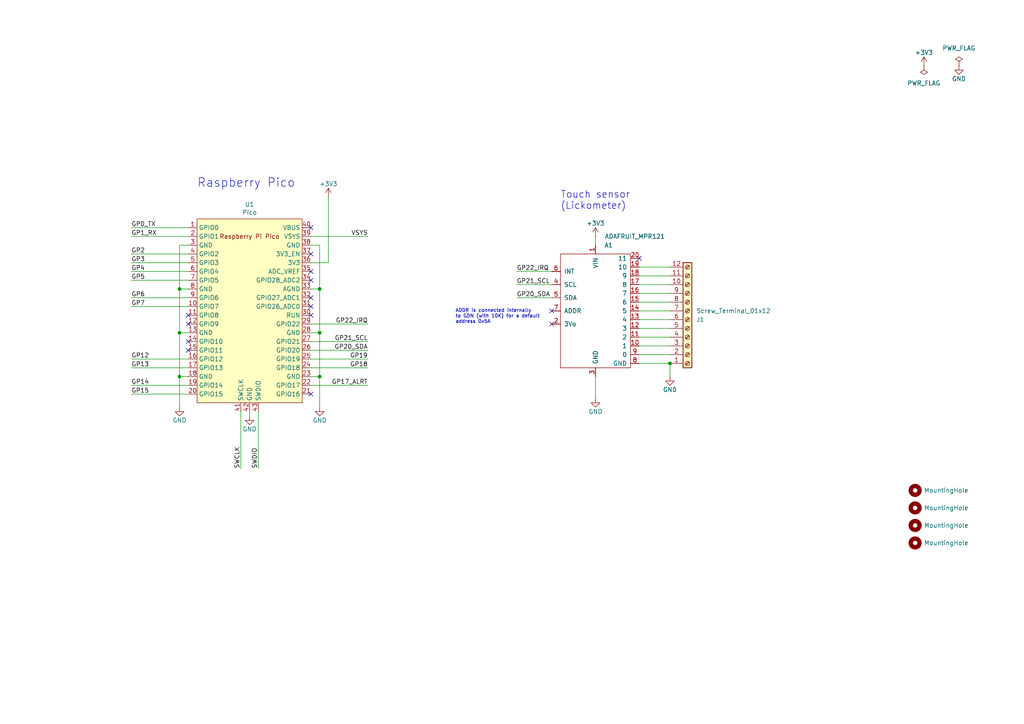
<source format=kicad_sch>
(kicad_sch (version 20211123) (generator eeschema)
  (paper "A4")
  (title_block (title "murisio - Data acquisition and control board") (date "2022-03-17") (rev "1.1"))
  (lib_symbols
    (symbol "AG_Sensors:ADAFRUIT_MPR121" (pin_names (offset 1.016))
      (property "Reference" "A" (at 5.08 13.97 0))
      (property "Value" "ADAFRUIT_MPR121" (at 2.54 16.51 0))
      (symbol "ADAFRUIT_MPR121_0_1"
        (rectangle (start -8.89 11.43) (end 11.43 -21.59))
      )
      (symbol "ADAFRUIT_MPR121_1_1"
        (pin power_in line (at 1.27 13.97 270) (length 2.54) (name "VIN") (number "1"))
        (pin passive line (at 13.97 -15.24 180) (length 2.54) (name "1") (number "10"))
        (pin passive line (at 13.97 -12.7 180) (length 2.54) (name "2") (number "11"))
        (pin passive line (at 13.97 -10.16 180) (length 2.54) (name "3") (number "12"))
        (pin passive line (at 13.97 -7.62 180) (length 2.54) (name "4") (number "13"))
        (pin passive line (at 13.97 -5.08 180) (length 2.54) (name "5") (number "14"))
        (pin passive line (at 13.97 -2.54 180) (length 2.54) (name "6") (number "15"))
        (pin passive line (at 13.97 0 180) (length 2.54) (name "7") (number "16"))
        (pin passive line (at 13.97 2.54 180) (length 2.54) (name "8") (number "17"))
        (pin passive line (at 13.97 5.08 180) (length 2.54) (name "9") (number "18"))
        (pin passive line (at 13.97 7.62 180) (length 2.54) (name "10") (number "19"))
        (pin power_out line (at -11.43 -8.89 0) (length 2.54) (name "3Vo") (number "2"))
        (pin passive line (at 13.97 10.16 180) (length 2.54) (name "11") (number "20"))
        (pin power_in line (at 1.27 -24.13 90) (length 2.54) (name "GND") (number "3"))
        (pin passive line (at -11.43 2.54 0) (length 2.54) (name "SCL") (number "4"))
        (pin passive line (at -11.43 -1.27 0) (length 2.54) (name "SDA") (number "5"))
        (pin passive line (at -11.43 6.35 0) (length 2.54) (name "INT") (number "6"))
        (pin passive line (at -11.43 -5.08 0) (length 2.54) (name "ADDR") (number "7"))
        (pin power_in line (at 13.97 -20.32 180) (length 2.54) (name "GND") (number "8"))
        (pin passive line (at 13.97 -17.78 180) (length 2.54) (name "0") (number "9"))
      )
    )
    (symbol "Connector:Screw_Terminal_01x12" (pin_names (offset 1.016) hide)
      (property "Reference" "J" (at 0 15.24 0))
      (property "Value" "Screw_Terminal_01x12" (at 0 -17.78 0))
      (symbol "Screw_Terminal_01x12_1_1"
        (rectangle (start -1.27 13.97) (end 1.27 -16.51) (stroke (width 0.254)) (fill (type background)))
        (circle (center 0 -15.24) (radius 0.635) (stroke (width 0.1524)))
        (circle (center 0 -12.7) (radius 0.635) (stroke (width 0.1524)))
        (circle (center 0 -10.16) (radius 0.635) (stroke (width 0.1524)))
        (circle (center 0 -7.62) (radius 0.635) (stroke (width 0.1524)))
        (circle (center 0 -5.08) (radius 0.635) (stroke (width 0.1524)))
        (circle (center 0 -2.54) (radius 0.635) (stroke (width 0.1524)))
        (polyline (pts (xy -0.5334 -14.9098) (xy 0.3302 -15.748)) (stroke (width 0.1524)))
        (polyline (pts (xy -0.5334 -12.3698) (xy 0.3302 -13.208)) (stroke (width 0.1524)))
        (polyline (pts (xy -0.5334 -9.8298) (xy 0.3302 -10.668)) (stroke (width 0.1524)))
        (polyline (pts (xy -0.5334 -7.2898) (xy 0.3302 -8.128)) (stroke (width 0.1524)))
        (polyline (pts (xy -0.5334 -4.7498) (xy 0.3302 -5.588)) (stroke (width 0.1524)))
        (polyline (pts (xy -0.5334 -2.2098) (xy 0.3302 -3.048)) (stroke (width 0.1524)))
        (polyline (pts (xy -0.5334 0.3302) (xy 0.3302 -0.508)) (stroke (width 0.1524)))
        (polyline (pts (xy -0.5334 2.8702) (xy 0.3302 2.032)) (stroke (width 0.1524)))
        (polyline (pts (xy -0.5334 5.4102) (xy 0.3302 4.572)) (stroke (width 0.1524)))
        (polyline (pts (xy -0.5334 7.9502) (xy 0.3302 7.112)) (stroke (width 0.1524)))
        (polyline (pts (xy -0.5334 10.4902) (xy 0.3302 9.652)) (stroke (width 0.1524)))
        (polyline (pts (xy -0.5334 13.0302) (xy 0.3302 12.192)) (stroke (width 0.1524)))
        (polyline (pts (xy -0.3556 -14.732) (xy 0.508 -15.5702)) (stroke (width 0.1524)))
        (polyline (pts (xy -0.3556 -12.192) (xy 0.508 -13.0302)) (stroke (width 0.1524)))
        (polyline (pts (xy -0.3556 -9.652) (xy 0.508 -10.4902)) (stroke (width 0.1524)))
        (polyline (pts (xy -0.3556 -7.112) (xy 0.508 -7.9502)) (stroke (width 0.1524)))
        (polyline (pts (xy -0.3556 -4.572) (xy 0.508 -5.4102)) (stroke (width 0.1524)))
        (polyline (pts (xy -0.3556 -2.032) (xy 0.508 -2.8702)) (stroke (width 0.1524)))
        (polyline (pts (xy -0.3556 0.508) (xy 0.508 -0.3302)) (stroke (width 0.1524)))
        (polyline (pts (xy -0.3556 3.048) (xy 0.508 2.2098)) (stroke (width 0.1524)))
        (polyline (pts (xy -0.3556 5.588) (xy 0.508 4.7498)) (stroke (width 0.1524)))
        (polyline (pts (xy -0.3556 8.128) (xy 0.508 7.2898)) (stroke (width 0.1524)))
        (polyline (pts (xy -0.3556 10.668) (xy 0.508 9.8298)) (stroke (width 0.1524)))
        (polyline (pts (xy -0.3556 13.208) (xy 0.508 12.3698)) (stroke (width 0.1524)))
        (circle (center 0 0) (radius 0.635) (stroke (width 0.1524)))
        (circle (center 0 2.54) (radius 0.635) (stroke (width 0.1524)))
        (circle (center 0 5.08) (radius 0.635) (stroke (width 0.1524)))
        (circle (center 0 7.62) (radius 0.635) (stroke (width 0.1524)))
        (circle (center 0 10.16) (radius 0.635) (stroke (width 0.1524)))
        (circle (center 0 12.7) (radius 0.635) (stroke (width 0.1524)))
        (pin passive line (at -5.08 12.7 0) (length 3.81) (name "Pin_1") (number "1"))
        (pin passive line (at -5.08 -10.16 0) (length 3.81) (name "Pin_10") (number "10"))
        (pin passive line (at -5.08 -12.7 0) (length 3.81) (name "Pin_11") (number "11"))
        (pin passive line (at -5.08 -15.24 0) (length 3.81) (name "Pin_12") (number "12"))
        (pin passive line (at -5.08 10.16 0) (length 3.81) (name "Pin_2") (number "2"))
        (pin passive line (at -5.08 7.62 0) (length 3.81) (name "Pin_3") (number "3"))
        (pin passive line (at -5.08 5.08 0) (length 3.81) (name "Pin_4") (number "4"))
        (pin passive line (at -5.08 2.54 0) (length 3.81) (name "Pin_5") (number "5"))
        (pin passive line (at -5.08 0 0) (length 3.81) (name "Pin_6") (number "6"))
        (pin passive line (at -5.08 -2.54 0) (length 3.81) (name "Pin_7") (number "7"))
        (pin passive line (at -5.08 -5.08 0) (length 3.81) (name "Pin_8") (number "8"))
        (pin passive line (at -5.08 -7.62 0) (length 3.81) (name "Pin_9") (number "9"))
      )
    )
    (symbol "MCU_Pico:Pico"
      (property "Reference" "U" (at -13.97 27.94 0))
      (property "Value" "Pico" (at 0 19.05 0))
      (symbol "Pico_0_0"
        (text "Raspberry Pi Pico" (at 0 21.59 0) (effects (font (size 1.27 1.27))))
      )
      (symbol "Pico_0_1"
        (rectangle (start -15.24 26.67) (end 15.24 -26.67) (fill (type background)))
      )
      (symbol "Pico_1_1"
        (pin bidirectional line (at -17.78 24.13 0) (length 2.54) (name "GPIO0") (number "1"))
        (pin bidirectional line (at -17.78 1.27 0) (length 2.54) (name "GPIO7") (number "10"))
        (pin bidirectional line (at -17.78 -1.27 0) (length 2.54) (name "GPIO8") (number "11"))
        (pin bidirectional line (at -17.78 -3.81 0) (length 2.54) (name "GPIO9") (number "12"))
        (pin power_in line (at -17.78 -6.35 0) (length 2.54) (name "GND") (number "13"))
        (pin bidirectional line (at -17.78 -8.89 0) (length 2.54) (name "GPIO10") (number "14"))
        (pin bidirectional line (at -17.78 -11.43 0) (length 2.54) (name "GPIO11") (number "15"))
        (pin bidirectional line (at -17.78 -13.97 0) (length 2.54) (name "GPIO12") (number "16"))
        (pin bidirectional line (at -17.78 -16.51 0) (length 2.54) (name "GPIO13") (number "17"))
        (pin power_in line (at -17.78 -19.05 0) (length 2.54) (name "GND") (number "18"))
        (pin bidirectional line (at -17.78 -21.59 0) (length 2.54) (name "GPIO14") (number "19"))
        (pin bidirectional line (at -17.78 21.59 0) (length 2.54) (name "GPIO1") (number "2"))
        (pin bidirectional line (at -17.78 -24.13 0) (length 2.54) (name "GPIO15") (number "20"))
        (pin bidirectional line (at 17.78 -24.13 180) (length 2.54) (name "GPIO16") (number "21"))
        (pin bidirectional line (at 17.78 -21.59 180) (length 2.54) (name "GPIO17") (number "22"))
        (pin power_in line (at 17.78 -19.05 180) (length 2.54) (name "GND") (number "23"))
        (pin bidirectional line (at 17.78 -16.51 180) (length 2.54) (name "GPIO18") (number "24"))
        (pin bidirectional line (at 17.78 -13.97 180) (length 2.54) (name "GPIO19") (number "25"))
        (pin bidirectional line (at 17.78 -11.43 180) (length 2.54) (name "GPIO20") (number "26"))
        (pin bidirectional line (at 17.78 -8.89 180) (length 2.54) (name "GPIO21") (number "27"))
        (pin power_in line (at 17.78 -6.35 180) (length 2.54) (name "GND") (number "28"))
        (pin bidirectional line (at 17.78 -3.81 180) (length 2.54) (name "GPIO22") (number "29"))
        (pin power_in line (at -17.78 19.05 0) (length 2.54) (name "GND") (number "3"))
        (pin input line (at 17.78 -1.27 180) (length 2.54) (name "RUN") (number "30"))
        (pin bidirectional line (at 17.78 1.27 180) (length 2.54) (name "GPIO26_ADC0") (number "31"))
        (pin bidirectional line (at 17.78 3.81 180) (length 2.54) (name "GPIO27_ADC1") (number "32"))
        (pin power_in line (at 17.78 6.35 180) (length 2.54) (name "AGND") (number "33"))
        (pin bidirectional line (at 17.78 8.89 180) (length 2.54) (name "GPIO28_ADC2") (number "34"))
        (pin power_in line (at 17.78 11.43 180) (length 2.54) (name "ADC_VREF") (number "35"))
        (pin power_in line (at 17.78 13.97 180) (length 2.54) (name "3V3") (number "36"))
        (pin input line (at 17.78 16.51 180) (length 2.54) (name "3V3_EN") (number "37"))
        (pin power_in line (at 17.78 19.05 180) (length 2.54) (name "GND") (number "38"))
        (pin power_in line (at 17.78 21.59 180) (length 2.54) (name "VSYS") (number "39"))
        (pin bidirectional line (at -17.78 16.51 0) (length 2.54) (name "GPIO2") (number "4"))
        (pin power_in line (at 17.78 24.13 180) (length 2.54) (name "VBUS") (number "40"))
        (pin input line (at -2.54 -29.21 90) (length 2.54) (name "SWCLK") (number "41"))
        (pin power_in line (at 0 -29.21 90) (length 2.54) (name "GND") (number "42"))
        (pin bidirectional line (at 2.54 -29.21 90) (length 2.54) (name "SWDIO") (number "43"))
        (pin bidirectional line (at -17.78 13.97 0) (length 2.54) (name "GPIO3") (number "5"))
        (pin bidirectional line (at -17.78 11.43 0) (length 2.54) (name "GPIO4") (number "6"))
        (pin bidirectional line (at -17.78 8.89 0) (length 2.54) (name "GPIO5") (number "7"))
        (pin power_in line (at -17.78 6.35 0) (length 2.54) (name "GND") (number "8"))
        (pin bidirectional line (at -17.78 3.81 0) (length 2.54) (name "GPIO6") (number "9"))
      )
    )
    (symbol "Mechanical:MountingHole" (pin_names (offset 1.016))
      (property "Reference" "H" (at 0 5.08 0))
      (property "Value" "MountingHole" (at 0 3.175 0))
      (symbol "MountingHole_0_1"
        (circle (center 0 0) (radius 1.27) (stroke (width 1.27)))
      )
    )
    (symbol "power:+3.3V" (power) (pin_names (offset 0))
      (property "Value" "+3.3V" (at 0 3.556 0))
      (symbol "+3.3V_0_1"
        (polyline (pts (xy -0.762 1.27) (xy 0 2.54)))
        (polyline (pts (xy 0 0) (xy 0 2.54)))
        (polyline (pts (xy 0 2.54) (xy 0.762 1.27)))
      )
      (symbol "+3.3V_1_1"
        (pin power_in line (at 0 0 90) (length 0) hide (name "+3V3") (number "1"))
      )
    )
    (symbol "power:+3V3" (power) (pin_names (offset 0))
      (property "Value" "+3V3" (at 0 3.556 0))
      (symbol "+3V3_0_1"
        (polyline (pts (xy -0.762 1.27) (xy 0 2.54)))
        (polyline (pts (xy 0 0) (xy 0 2.54)))
        (polyline (pts (xy 0 2.54) (xy 0.762 1.27)))
      )
      (symbol "+3V3_1_1"
        (pin power_in line (at 0 0 90) (length 0) hide (name "+3V3") (number "1"))
      )
    )
    (symbol "power:GND" (power) (pin_names (offset 0))
      (property "Value" "GND" (at 0 -3.81 0))
      (symbol "GND_0_1"
        (polyline (pts (xy 0 0) (xy 0 -1.27) (xy 1.27 -1.27) (xy 0 -2.54) (xy -1.27 -1.27) (xy 0 -1.27)))
      )
      (symbol "GND_1_1"
        (pin power_in line (at 0 0 270) (length 0) hide (name "GND") (number "1"))
      )
    )
    (symbol "power:PWR_FLAG" (power) (pin_numbers hide) (pin_names (offset 0) hide)
      (property "Value" "PWR_FLAG" (at 0 3.81 0))
      (symbol "PWR_FLAG_0_0"
        (pin power_out line (at 0 0 90) (length 0) (name "pwr") (number "1"))
      )
      (symbol "PWR_FLAG_0_1"
        (polyline (pts (xy 0 0) (xy 0 1.27) (xy -1.016 1.905) (xy 0 2.54) (xy 1.016 1.905) (xy 0 1.27)))
      )
    )
  )
  (junction (at 52.07 109.22))
  (junction (at 52.07 96.52))
  (junction (at 92.71 83.82))
  (junction (at 52.07 83.82))
  (junction (at 194.31 105.41))
  (junction (at 92.71 109.22))
  (junction (at 92.71 96.52))
  (no_connect (at 160.02 90.17))
  (no_connect (at 54.61 99.06))
  (no_connect (at 90.17 66.04))
  (no_connect (at 160.02 93.98))
  (no_connect (at 90.17 86.36))
  (no_connect (at 90.17 81.28))
  (no_connect (at 54.61 93.98))
  (no_connect (at 90.17 114.3))
  (no_connect (at 90.17 73.66))
  (no_connect (at 90.17 78.74))
  (no_connect (at 54.61 101.6))
  (no_connect (at 54.61 91.44))
  (no_connect (at 185.42 74.93))
  (no_connect (at 90.17 91.44))
  (no_connect (at 90.17 88.9))
  (wire (pts (xy 90.17 104.14) (xy 106.68 104.14)))
  (wire (pts (xy 160.02 78.74) (xy 149.86 78.74)))
  (wire (pts (xy 54.61 114.3) (xy 38.1 114.3)))
  (wire (pts (xy 185.42 87.63) (xy 194.31 87.63)))
  (wire (pts (xy 185.42 102.87) (xy 194.31 102.87)))
  (wire (pts (xy 172.72 71.12) (xy 172.72 68.58)))
  (wire (pts (xy 52.07 83.82) (xy 52.07 96.52)))
  (wire (pts (xy 72.39 119.38) (xy 72.39 120.65)))
  (wire (pts (xy 194.31 80.01) (xy 185.42 80.01)))
  (wire (pts (xy 106.68 68.58) (xy 90.17 68.58)))
  (wire (pts (xy 69.85 119.38) (xy 69.85 135.89)))
  (wire (pts (xy 52.07 109.22) (xy 52.07 96.52)))
  (wire (pts (xy 92.71 71.12) (xy 90.17 71.12)))
  (wire (pts (xy 185.42 77.47) (xy 194.31 77.47)))
  (wire (pts (xy 74.93 135.89) (xy 74.93 119.38)))
  (wire (pts (xy 185.42 85.09) (xy 194.31 85.09)))
  (wire (pts (xy 95.25 57.15) (xy 95.25 76.2)))
  (wire (pts (xy 54.61 81.28) (xy 38.1 81.28)))
  (wire (pts (xy 38.1 104.14) (xy 54.61 104.14)))
  (wire (pts (xy 54.61 86.36) (xy 38.1 86.36)))
  (wire (pts (xy 194.31 109.22) (xy 194.31 105.41)))
  (wire (pts (xy 54.61 68.58) (xy 38.1 68.58)))
  (wire (pts (xy 54.61 96.52) (xy 52.07 96.52)))
  (wire (pts (xy 54.61 88.9) (xy 38.1 88.9)))
  (wire (pts (xy 194.31 95.25) (xy 185.42 95.25)))
  (wire (pts (xy 54.61 111.76) (xy 38.1 111.76)))
  (wire (pts (xy 185.42 92.71) (xy 194.31 92.71)))
  (wire (pts (xy 90.17 76.2) (xy 95.25 76.2)))
  (wire (pts (xy 52.07 83.82) (xy 54.61 83.82)))
  (wire (pts (xy 92.71 109.22) (xy 90.17 109.22)))
  (wire (pts (xy 54.61 109.22) (xy 52.07 109.22)))
  (wire (pts (xy 90.17 93.98) (xy 106.68 93.98)))
  (wire (pts (xy 52.07 109.22) (xy 52.07 118.11)))
  (wire (pts (xy 92.71 71.12) (xy 92.71 83.82)))
  (wire (pts (xy 54.61 106.68) (xy 38.1 106.68)))
  (wire (pts (xy 185.42 82.55) (xy 194.31 82.55)))
  (wire (pts (xy 106.68 101.6) (xy 90.17 101.6)))
  (wire (pts (xy 194.31 105.41) (xy 185.42 105.41)))
  (wire (pts (xy 54.61 78.74) (xy 38.1 78.74)))
  (wire (pts (xy 92.71 109.22) (xy 92.71 118.11)))
  (wire (pts (xy 194.31 90.17) (xy 185.42 90.17)))
  (wire (pts (xy 194.31 100.33) (xy 185.42 100.33)))
  (wire (pts (xy 90.17 96.52) (xy 92.71 96.52)))
  (wire (pts (xy 54.61 66.04) (xy 38.1 66.04)))
  (wire (pts (xy 92.71 96.52) (xy 92.71 109.22)))
  (wire (pts (xy 90.17 106.68) (xy 106.68 106.68)))
  (wire (pts (xy 92.71 83.82) (xy 92.71 96.52)))
  (wire (pts (xy 172.72 109.22) (xy 172.72 115.57)))
  (wire (pts (xy 160.02 82.55) (xy 149.86 82.55)))
  (wire (pts (xy 52.07 71.12) (xy 54.61 71.12)))
  (wire (pts (xy 90.17 83.82) (xy 92.71 83.82)))
  (wire (pts (xy 185.42 97.79) (xy 194.31 97.79)))
  (wire (pts (xy 54.61 76.2) (xy 38.1 76.2)))
  (wire (pts (xy 160.02 86.36) (xy 149.86 86.36)))
  (wire (pts (xy 52.07 83.82) (xy 52.07 71.12)))
  (wire (pts (xy 90.17 111.76) (xy 106.68 111.76)))
  (wire (pts (xy 90.17 99.06) (xy 106.68 99.06)))
  (wire (pts (xy 54.61 73.66) (xy 38.1 73.66)))
  (text "ADDR is connected internally\nto GDN (with 10K) for a default\naddress 0x5A" (at 132.08 93.98 0) (effects (font (size 0.9906 0.9906)) (justify left bottom)))
  (text "Raspberry Pico" (at 57.15 54.61 0) (effects (font (size 2.4892 2.4892)) (justify left bottom)))
  (text "Touch sensor\n(Lickometer)" (at 162.56 60.96 0) (effects (font (size 2.0066 2.0066)) (justify left bottom)))
  (label "SWDIO" (at 74.93 135.89 90))
  (label "GP22_IRQ" (at 106.68 93.98 180))
  (label "SWCLK" (at 69.85 135.89 90))
  (label "GP18" (at 106.68 106.68 180))
  (label "GP20_SDA" (at 149.86 86.36 0))
  (label "VSYS" (at 106.68 68.58 180))
  (label "GP4" (at 38.1 78.74 0))
  (label "GP1_RX" (at 38.1 68.58 0))
  (label "GP22_IRQ" (at 149.86 78.74 0))
  (label "GP5" (at 38.1 81.28 0))
  (label "GP21_SCL" (at 106.68 99.06 180))
  (label "GP21_SCL" (at 149.86 82.55 0))
  (label "GP15" (at 38.1 114.3 0))
  (label "GP3" (at 38.1 76.2 0))
  (label "GP7" (at 38.1 88.9 0))
  (label "GP14" (at 38.1 111.76 0))
  (label "GP17_ALRT" (at 106.68 111.76 180))
  (label "GP12" (at 38.1 104.14 0))
  (label "GP6" (at 38.1 86.36 0))
  (label "GP19" (at 106.68 104.14 180))
  (label "GP2" (at 38.1 73.66 0))
  (label "GP0_TX" (at 38.1 66.04 0))
  (label "GP13" (at 38.1 106.68 0))
  (label "GP20_SDA" (at 106.68 101.6 180))
  (symbol (lib_id "MCU_Pico:Pico") (at 72.39 90.17 0) (unit 1)
    (property "Reference" "U1" (at 72.39 59.309 0))
    (property "Value" "Pico" (at 72.39 61.6204 0))
    (property "Footprint" "MCU_Pico:RPi_Pico_SMD_TH" (effects hide))
    (property "Manufacturer" "Raspberry Pi" (effects hide))
    (property "Mfr. part no." "SCO915" (effects hide))
    (property "Order code" "75-1132" (effects hide))
    (property "Vendor" "Rapid Electronics" (effects hide))
  )
  (symbol (lib_id "power:GND") (at 172.72 115.57 0) (unit 1)
    (property "Reference" "#PWR06" (effects hide))
    (property "Value" "GND" (at 172.72 119.38 0))
  )
  (symbol (lib_id "power:GND") (at 92.71 118.11 0) (unit 1)
    (property "Reference" "#PWR03" (effects hide))
    (property "Value" "GND" (at 92.71 121.92 0))
  )
  (symbol (lib_id "power:+3.3V") (at 172.72 68.58 0) (unit 1)
    (property "Reference" "#PWR05" (effects hide))
    (property "Value" "+3.3V" (at 172.72 64.77 0))
  )
  (symbol (lib_id "Connector:Screw_Terminal_01x12") (at 199.39 92.71 0) (mirror x) (unit 1)
    (property "Reference" "J1" (at 201.93 92.71 0) (effects (justify left)))
    (property "Value" "Screw_Terminal_01x12" (at 201.93 90.17 0) (effects (justify left)))
    (property "Footprint" "TerminalBlock_Phoenix:TerminalBlock_Phoenix_MPT-0,5-12-2.54_1x12_P2.54mm_Horizontal" (effects hide))
    (property "Manufacturer" "TruConnect" (effects hide))
    (property "Mfr. part no." "21-3907" (effects hide))
    (property "Order code" "21-3907" (effects hide))
    (property "Vendor" "Rapid Electronics" (effects hide))
  )
  (symbol (lib_id "AG_Sensors:ADAFRUIT_MPR121") (at 171.45 85.09 0) (unit 1)
    (property "Reference" "A1" (at 176.53 71.12 0))
    (property "Value" "ADAFRUIT_MPR121" (at 184.15 68.58 0))
    (property "Footprint" "AG_Sensors:ADAFRUIT_MPR121" (effects hide))
    (property "Manufacturer" "Adafruit" (effects hide))
    (property "Mfr. part no." "1982" (effects hide))
    (property "Order code" "ADA1982" (effects hide))
    (property "Vendor" "The PiHut" (effects hide))
  )
  (symbol (lib_id "power:+3.3V") (at 267.97 19.05 0) (unit 1)
    (property "Reference" "#PWR08" (effects hide))
    (property "Value" "+3.3V" (at 267.97 15.24 0))
  )
  (symbol (lib_id "power:GND") (at 278.13 19.05 0) (unit 1)
    (property "Reference" "#PWR09" (effects hide))
    (property "Value" "GND" (at 278.13 22.86 0))
  )
  (symbol (lib_id "power:PWR_FLAG") (at 278.13 19.05 0) (unit 1)
    (property "Reference" "#FLG02" (effects hide))
    (property "Value" "PWR_FLAG" (at 278.13 13.97 0))
  )
  (symbol (lib_id "power:PWR_FLAG") (at 267.97 19.05 180) (unit 1)
    (property "Reference" "#FLG01" (effects hide))
    (property "Value" "PWR_FLAG" (at 267.97 24.13 0))
  )
  (symbol (lib_id "power:GND") (at 194.31 109.22 0) (unit 1)
    (property "Reference" "#PWR07" (effects hide))
    (property "Value" "GND" (at 194.31 113.03 0))
  )
  (symbol (lib_id "power:+3V3") (at 95.25 57.15 0) (unit 1)
    (property "Reference" "#PWR04" (effects hide))
    (property "Value" "+3V3" (at 95.25 53.34 0))
  )
  (symbol (lib_id "power:GND") (at 72.39 120.65 0) (unit 1)
    (property "Reference" "#PWR02" (effects hide))
    (property "Value" "GND" (at 72.39 124.46 0))
  )
  (symbol (lib_id "power:GND") (at 52.07 118.11 0) (unit 1)
    (property "Reference" "#PWR01" (effects hide))
    (property "Value" "GND" (at 52.07 121.92 0))
  )
  (symbol (lib_id "Mechanical:MountingHole") (at 265.43 152.4 0) (unit 1)
    (property "Reference" "H3" (effects hide))
    (property "Value" "MountingHole" (at 267.97 152.4 0) (effects (justify left)))
    (property "Footprint" "MountingHole:MountingHole_2.7mm_M2.5" (effects hide))
  )
  (symbol (lib_id "Mechanical:MountingHole") (at 265.43 157.48 0) (unit 1)
    (property "Reference" "H4" (effects hide))
    (property "Value" "MountingHole" (at 267.97 157.48 0) (effects (justify left)))
    (property "Footprint" "MountingHole:MountingHole_2.7mm_M2.5" (effects hide))
  )
  (symbol (lib_id "Mechanical:MountingHole") (at 265.43 147.32 0) (unit 1)
    (property "Reference" "H2" (effects hide))
    (property "Value" "MountingHole" (at 267.97 147.32 0) (effects (justify left)))
    (property "Footprint" "MountingHole:MountingHole_2.7mm_M2.5" (effects hide))
  )
  (symbol (lib_id "Mechanical:MountingHole") (at 265.43 142.24 0) (unit 1)
    (property "Reference" "H1" (effects hide))
    (property "Value" "MountingHole" (at 267.97 142.24 0) (effects (justify left)))
    (property "Footprint" "MountingHole:MountingHole_2.7mm_M2.5" (effects hide))
  )
)
</source>
